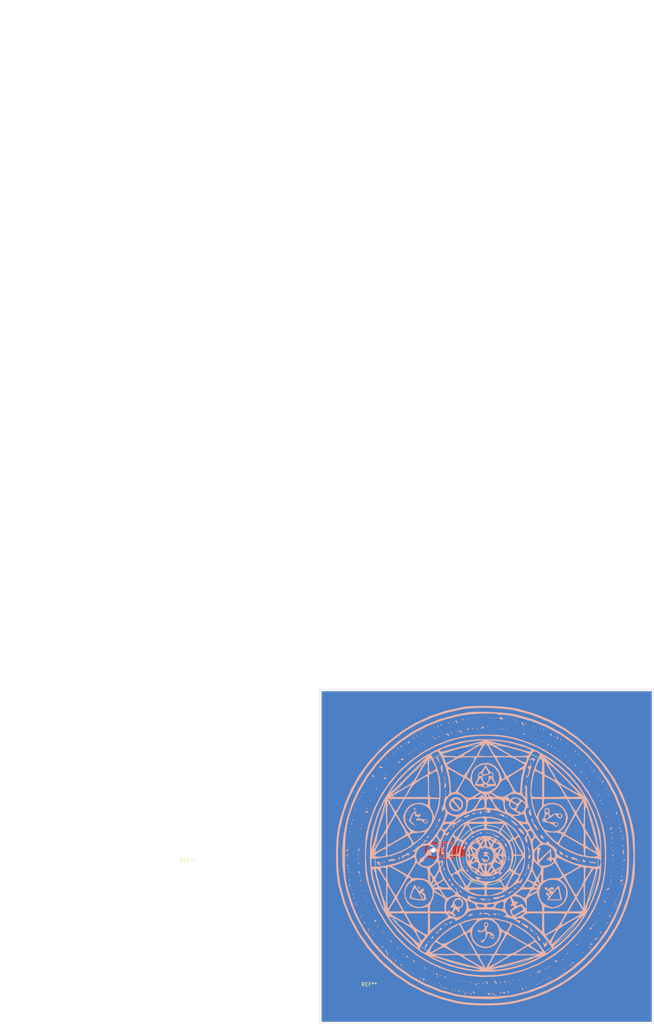
<source format=kicad_pcb>
(kicad_pcb (version 20171130) (host pcbnew 5.0.0)
  (layers (0 F.Cu signal) (31 B.Cu signal) (34 B.Paste user) (35 F.Paste user) (36 B.SilkS user) (37 F.SilkS user) (38 B.Mask user) (39 F.Mask user) (44 Edge.Cuts user))
  (net 0 "")
  (module CysatAntenna:PatchAntenna (layer F.Cu) (at 124.46 96.52)
    (fp_text reference REF** (at -31.496 34.798) (layer F.SilkS))
    (fp_text value PatchAntenna)
    (pad 2 smd circle (at 0 0) (size 80 80) (layers F.Cu F.Paste F.Mask))
  )
  (module Wire_Pads:SolderWirePad_single_1-2mmDrill (layer F.Cu) (at 110.236 95.25)
    (fp_text reference REF** (at -66.167 2.794) (layer F.SilkS))
    (fp_text value SolderWirePad_single_1-2mmDrill)
    (pad 1 thru_hole circle (at 0 0) (size 3.50012 3.50012) (drill 1.19888) (layers *.Cu *.Mask))
  )
  (module AntennaPcb:Alchemy (layer B.Cu) (at 124.3076 96.6724)
    (fp_text reference G*** hide)
    (fp_text value LOGO hide)
  )
  (module Connectors_TestPoints:Test_Point_Keystone_5019_Minature (layer B.Cu) (at 114.1476 95.25 270)
    (fp_text reference REF** (at 0 2.25 270) (layer B.SilkS) (effects (justify mirror)))
    (fp_text value Test_Point_Keystone_5019_Minature)
    (pad 1 smd rect (at 0 0 270) (size 3.8 2) (layers B.Cu B.Paste B.Mask))
  )
  (gr_circle (center 124.46 96.52) (end 116.459 96.393) (layer F.SilkS) (width 0.15))
  (gr_line (start 169.60152 141.913524) (end 169.60152 51.910482) (layer Edge.Cuts) (width 0.1))
  (gr_line (start 79.598478 141.913524) (end 169.60152 141.913524) (layer Edge.Cuts) (width 0.1))
  (gr_line (start 169.60152 51.910482) (end 79.598478 51.910482) (layer Edge.Cuts) (width 0.1))
  (gr_line (start 79.598478 51.910482) (end 79.598478 141.913524) (layer Edge.Cuts) (width 0.1))
  (gr_circle (center 124.600042 96.91197) (end 154.600042 96.91197) (layer F.SilkS) (width 0.1))
  (zone (net 0) (net_name "") (layer B.Cu) (connect_pads (clearance 0.508)) (min_thickness 0.254) (fill yes (arc_segments 16) (thermal_gap 0.508) (thermal_bridge_width 0.508))
    (polygon (pts (xy 169.545 141.859) (xy 79.629 141.859) (xy 79.629 51.943) (xy 169.545 51.943)))
  )
)
</source>
